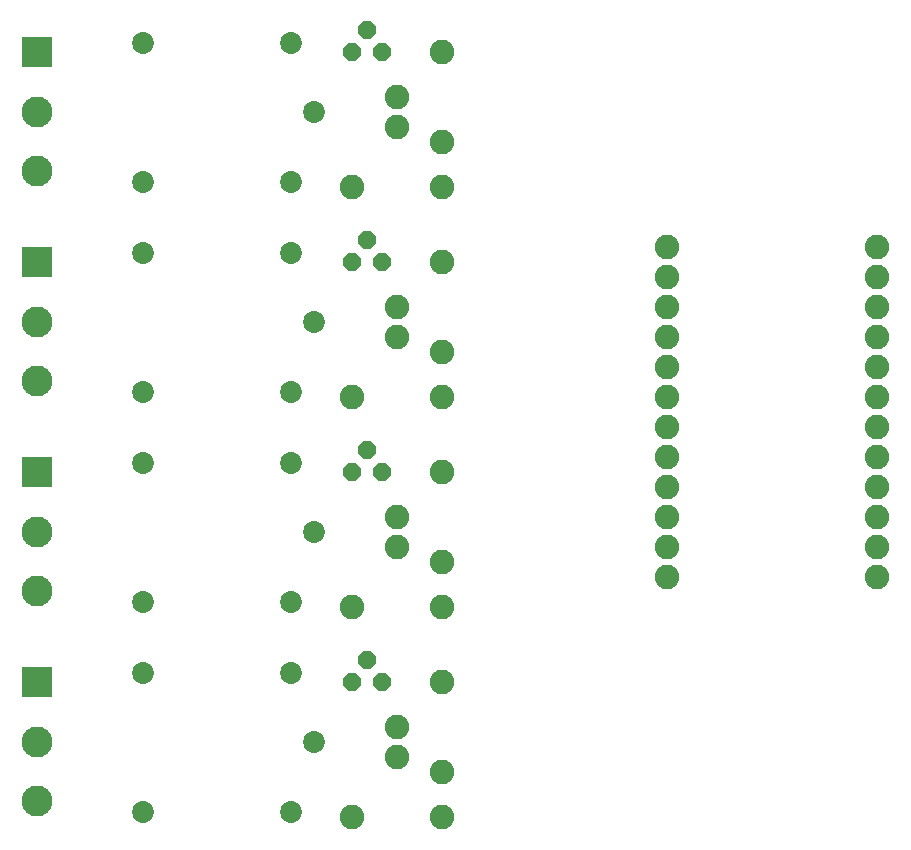
<source format=gbs>
G75*
G70*
%OFA0B0*%
%FSLAX24Y24*%
%IPPOS*%
%LPD*%
%AMOC8*
5,1,8,0,0,1.08239X$1,22.5*
%
%ADD10C,0.0820*%
%ADD11C,0.0730*%
%ADD12R,0.1030X0.1030*%
%ADD13C,0.1030*%
%ADD14OC8,0.0600*%
D10*
X012600Y001760D03*
X014100Y003760D03*
X014100Y004760D03*
X015600Y003260D03*
X015600Y001760D03*
X015600Y006260D03*
X015600Y008760D03*
X015600Y010260D03*
X014100Y010760D03*
X014100Y011760D03*
X015600Y013260D03*
X015600Y015760D03*
X015600Y017260D03*
X014100Y017760D03*
X014100Y018760D03*
X015600Y020260D03*
X015600Y022760D03*
X015600Y024260D03*
X014100Y024760D03*
X014100Y025760D03*
X015600Y027260D03*
X012600Y022760D03*
X012600Y015760D03*
X012600Y008760D03*
X023100Y009760D03*
X023100Y010760D03*
X023100Y011760D03*
X023100Y012760D03*
X023100Y013760D03*
X023100Y014760D03*
X023100Y015760D03*
X023100Y016760D03*
X023100Y017760D03*
X023100Y018760D03*
X023100Y019760D03*
X023100Y020760D03*
X030100Y020760D03*
X030100Y019760D03*
X030100Y018760D03*
X030100Y017760D03*
X030100Y016760D03*
X030100Y015760D03*
X030100Y014760D03*
X030100Y013760D03*
X030100Y012760D03*
X030100Y011760D03*
X030100Y010760D03*
X030100Y009760D03*
D11*
X011338Y011260D03*
X010570Y013573D03*
X010570Y015947D03*
X011338Y018260D03*
X010570Y020573D03*
X010570Y022947D03*
X011338Y025260D03*
X010570Y027573D03*
X005630Y027573D03*
X005630Y022947D03*
X005630Y020573D03*
X005630Y015947D03*
X005630Y013573D03*
X005630Y008947D03*
X005630Y006573D03*
X005630Y001947D03*
X010570Y001947D03*
X011338Y004260D03*
X010570Y006573D03*
X010570Y008947D03*
D12*
X002100Y006260D03*
X002100Y013260D03*
X002100Y020260D03*
X002100Y027260D03*
D13*
X002100Y002323D03*
X002100Y004291D03*
X002100Y009323D03*
X002100Y011291D03*
X002100Y016323D03*
X002100Y018291D03*
X002100Y023323D03*
X002100Y025291D03*
D14*
X012600Y027260D03*
X013100Y028010D03*
X013600Y027260D03*
X013100Y021010D03*
X012600Y020260D03*
X013600Y020260D03*
X013100Y014010D03*
X012600Y013260D03*
X013600Y013260D03*
X013100Y007010D03*
X012600Y006260D03*
X013600Y006260D03*
M02*

</source>
